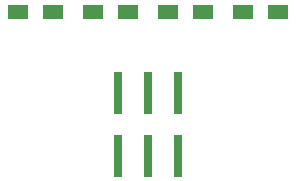
<source format=gbr>
G04 EAGLE Gerber RS-274X export*
G75*
%MOMM*%
%FSLAX34Y34*%
%LPD*%
%INSolderpaste Bottom*%
%IPPOS*%
%AMOC8*
5,1,8,0,0,1.08239X$1,22.5*%
G01*
%ADD10R,1.800000X1.200000*%
%ADD11R,0.787400X3.556000*%


D10*
X268990Y279400D03*
X239010Y279400D03*
X175510Y279400D03*
X205490Y279400D03*
X395990Y279400D03*
X366010Y279400D03*
X302510Y279400D03*
X332490Y279400D03*
D11*
X311150Y210820D03*
X311150Y157480D03*
X285750Y210820D03*
X285750Y157480D03*
X260350Y210820D03*
X260350Y157480D03*
M02*

</source>
